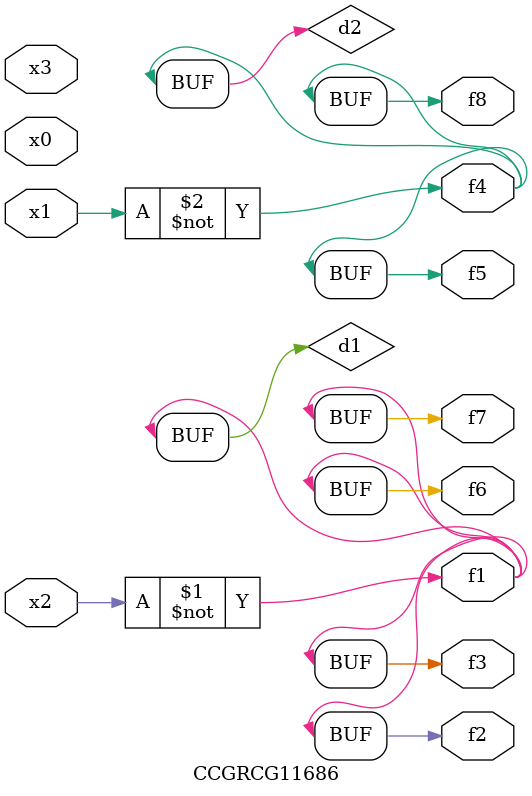
<source format=v>
module CCGRCG11686(
	input x0, x1, x2, x3,
	output f1, f2, f3, f4, f5, f6, f7, f8
);

	wire d1, d2;

	xnor (d1, x2);
	not (d2, x1);
	assign f1 = d1;
	assign f2 = d1;
	assign f3 = d1;
	assign f4 = d2;
	assign f5 = d2;
	assign f6 = d1;
	assign f7 = d1;
	assign f8 = d2;
endmodule

</source>
